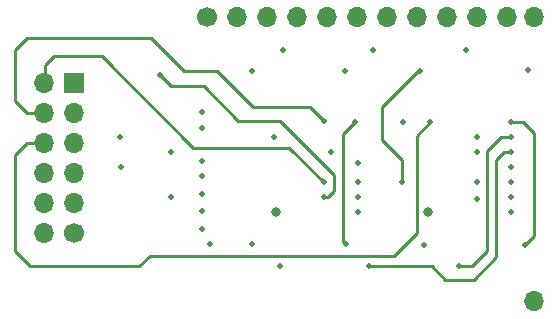
<source format=gbr>
%TF.GenerationSoftware,KiCad,Pcbnew,(6.0.9)*%
%TF.CreationDate,2023-03-11T18:38:12+09:00*%
%TF.ProjectId,Pmod_Matrix2,506d6f64-5f4d-4617-9472-6978322e6b69,rev?*%
%TF.SameCoordinates,Original*%
%TF.FileFunction,Copper,L4,Inr*%
%TF.FilePolarity,Positive*%
%FSLAX46Y46*%
G04 Gerber Fmt 4.6, Leading zero omitted, Abs format (unit mm)*
G04 Created by KiCad (PCBNEW (6.0.9)) date 2023-03-11 18:38:12*
%MOMM*%
%LPD*%
G01*
G04 APERTURE LIST*
%TA.AperFunction,ComponentPad*%
%ADD10C,1.700000*%
%TD*%
%TA.AperFunction,ComponentPad*%
%ADD11O,1.700000X1.700000*%
%TD*%
%TA.AperFunction,ComponentPad*%
%ADD12R,1.700000X1.700000*%
%TD*%
%TA.AperFunction,ViaPad*%
%ADD13C,0.500000*%
%TD*%
%TA.AperFunction,ViaPad*%
%ADD14C,0.800000*%
%TD*%
%TA.AperFunction,Conductor*%
%ADD15C,0.250000*%
%TD*%
G04 APERTURE END LIST*
D10*
%TO.N,Net-(R9-Pad1)*%
%TO.C,U4*%
X118483500Y-87760000D03*
D11*
%TO.N,Net-(R10-Pad1)*%
X121023500Y-87760000D03*
%TO.N,/ROW1*%
X123563500Y-87760000D03*
%TO.N,Net-(R11-Pad1)*%
X126103500Y-87760000D03*
%TO.N,Net-(R12-Pad1)*%
X128643500Y-87760000D03*
%TO.N,/ROW2*%
X131183500Y-87760000D03*
%TO.N,Net-(R13-Pad1)*%
X133723500Y-87760000D03*
%TO.N,Net-(R14-Pad1)*%
X136263500Y-87760000D03*
%TO.N,/ROW3*%
X138803500Y-87760000D03*
%TO.N,Net-(R15-Pad1)*%
X141343500Y-87760000D03*
%TO.N,Net-(R16-Pad1)*%
X143883500Y-87760000D03*
%TO.N,/ROW4*%
X146203500Y-87760000D03*
%TO.N,/ROW8*%
X146203500Y-111820000D03*
%TD*%
D10*
%TO.N,VCC*%
%TO.C,J1*%
X107250000Y-106045000D03*
D11*
X104710000Y-106045000D03*
%TO.N,GND*%
X107250000Y-103505000D03*
X104710000Y-103505000D03*
%TO.N,/RCLK*%
X107250000Y-100965000D03*
%TO.N,/CLK*%
X104710000Y-100965000D03*
%TO.N,Net-(J1-Pad5)*%
X107250000Y-98425000D03*
%TO.N,Net-(J1-Pad6)*%
X104710000Y-98425000D03*
%TO.N,/SER_Red*%
X107250000Y-95885000D03*
%TO.N,Net-(J1-Pad4)*%
X104710000Y-95885000D03*
D12*
%TO.N,/SER_Row*%
X107250000Y-93345000D03*
D11*
%TO.N,/SER_Green*%
X104710000Y-93345000D03*
%TD*%
D13*
%TO.N,Net-(R14-Pad2)*%
X144272000Y-102997000D03*
%TO.N,Net-(R16-Pad2)*%
X144272000Y-101727000D03*
%TO.N,Net-(R8-Pad1)*%
X144272000Y-96647000D03*
%TO.N,Net-(R12-Pad2)*%
X144272000Y-104267000D03*
%TO.N,Net-(R15-Pad2)*%
X135001000Y-101727000D03*
%TO.N,/CLK*%
X141351000Y-97917000D03*
%TO.N,Net-(R10-Pad2)*%
X141351000Y-103124000D03*
%TO.N,Net-(R7-Pad1)*%
X135128000Y-96647000D03*
%TO.N,Net-(R6-Pad1)*%
X144272000Y-97917000D03*
%TO.N,Net-(R4-Pad1)*%
X144272000Y-99187000D03*
%TO.N,Net-(R2-Pad1)*%
X144272000Y-100457000D03*
%TO.N,Net-(R5-Pad1)*%
X130238500Y-106997500D03*
%TO.N,Net-(J1-Pad6)*%
X137414000Y-96647000D03*
%TO.N,Net-(J1-Pad4)*%
X128397000Y-96520000D03*
%TO.N,Net-(R9-Pad2)*%
X114490500Y-92646500D03*
%TO.N,/SER_Red*%
X141351000Y-101727000D03*
%TO.N,/CLK*%
X124206000Y-97917000D03*
%TO.N,Net-(R5-Pad1)*%
X131064000Y-96647000D03*
%TO.N,Net-(R1-Pad1)*%
X131318000Y-101727000D03*
X118745000Y-106934000D03*
%TO.N,Net-(R3-Pad1)*%
X131318000Y-100076000D03*
%TO.N,Net-(R11-Pad2)*%
X131318000Y-104267000D03*
%TO.N,Net-(R13-Pad2)*%
X131318000Y-102997000D03*
X130175000Y-92329000D03*
%TO.N,Net-(R11-Pad2)*%
X122301000Y-92329000D03*
%TO.N,Net-(R9-Pad2)*%
X128397000Y-102997000D03*
%TO.N,Net-(R10-Pad2)*%
X124968000Y-90551000D03*
%TO.N,Net-(R12-Pad2)*%
X132588000Y-90551000D03*
%TO.N,Net-(R14-Pad2)*%
X140462000Y-90551000D03*
%TO.N,Net-(R15-Pad2)*%
X136525000Y-92329000D03*
%TO.N,Net-(R16-Pad2)*%
X145669000Y-92202000D03*
%TO.N,Net-(R3-Pad1)*%
X122301000Y-106934000D03*
%TO.N,Net-(R2-Pad1)*%
X124714000Y-108839000D03*
%TO.N,Net-(R4-Pad1)*%
X132207000Y-108839000D03*
%TO.N,Net-(R7-Pad1)*%
X136906000Y-107061000D03*
%TO.N,Net-(R6-Pad1)*%
X139827000Y-108839000D03*
%TO.N,Net-(R8-Pad1)*%
X145415000Y-107061000D03*
D14*
%TO.N,VCC*%
X137186500Y-104267000D03*
D13*
%TO.N,/SER_Green*%
X128397000Y-101727000D03*
D14*
%TO.N,VCC*%
X124386000Y-104267000D03*
D13*
%TO.N,/ROW2*%
X118110000Y-105664000D03*
%TO.N,/ROW3*%
X118110000Y-104140000D03*
%TO.N,/ROW4*%
X118110000Y-102743000D03*
%TO.N,/RCLK*%
X141351000Y-99187000D03*
X129032000Y-99187000D03*
X115443000Y-99187000D03*
%TO.N,/ROW8*%
X118110000Y-95758000D03*
%TO.N,/ROW1*%
X115443000Y-102997000D03*
%TO.N,/CLK*%
X111125000Y-97917000D03*
%TO.N,/SER_Row*%
X111252000Y-100457000D03*
%TO.N,/ROW7*%
X118110000Y-97155000D03*
%TO.N,/ROW6*%
X118110000Y-99949000D03*
%TO.N,/ROW5*%
X118110000Y-101219000D03*
%TD*%
D15*
%TO.N,Net-(R8-Pad1)*%
X145288000Y-96647000D02*
X144272000Y-96647000D01*
X146177000Y-97536000D02*
X145288000Y-96647000D01*
X146177000Y-97663000D02*
X146177000Y-97536000D01*
X146177000Y-106299000D02*
X146177000Y-97663000D01*
X145415000Y-107061000D02*
X146177000Y-106299000D01*
%TO.N,Net-(R4-Pad1)*%
X143637000Y-99187000D02*
X144272000Y-99187000D01*
X143002000Y-99822000D02*
X143637000Y-99187000D01*
X143002000Y-108077000D02*
X143002000Y-99822000D01*
X138684000Y-109982000D02*
X141097000Y-109982000D01*
X137541000Y-108839000D02*
X138684000Y-109982000D01*
X141097000Y-109982000D02*
X143002000Y-108077000D01*
X132207000Y-108839000D02*
X137541000Y-108839000D01*
%TO.N,Net-(R6-Pad1)*%
X142240000Y-99060000D02*
X143383000Y-97917000D01*
X142240000Y-107569000D02*
X142240000Y-99060000D01*
X140970000Y-108839000D02*
X142240000Y-107569000D01*
X139827000Y-108839000D02*
X140970000Y-108839000D01*
X143383000Y-97917000D02*
X144272000Y-97917000D01*
%TO.N,Net-(R15-Pad2)*%
X136398000Y-92329000D02*
X136525000Y-92329000D01*
X133350000Y-95377000D02*
X136398000Y-92329000D01*
X135001000Y-101727000D02*
X135001000Y-99822000D01*
X135001000Y-99822000D02*
X133350000Y-98171000D01*
X133350000Y-98171000D02*
X133350000Y-95377000D01*
%TO.N,Net-(R5-Pad1)*%
X130048000Y-106807000D02*
X130238500Y-106997500D01*
X130048000Y-97663000D02*
X130048000Y-106807000D01*
X131064000Y-96647000D02*
X130048000Y-97663000D01*
%TO.N,Net-(J1-Pad6)*%
X136271000Y-97790000D02*
X137414000Y-96647000D01*
X136271000Y-106045000D02*
X136271000Y-97790000D01*
X134366000Y-107950000D02*
X136271000Y-106045000D01*
X112776000Y-108839000D02*
X113665000Y-107950000D01*
X102235000Y-99441000D02*
X102235000Y-107569000D01*
X113665000Y-107950000D02*
X134366000Y-107950000D01*
X103251000Y-98425000D02*
X102235000Y-99441000D01*
X103505000Y-108839000D02*
X112776000Y-108839000D01*
X104710000Y-98425000D02*
X103251000Y-98425000D01*
X102235000Y-107569000D02*
X103505000Y-108839000D01*
%TO.N,Net-(J1-Pad4)*%
X103251000Y-95885000D02*
X104710000Y-95885000D01*
X102235000Y-94869000D02*
X103251000Y-95885000D01*
X102235000Y-90551000D02*
X102235000Y-94869000D01*
X103251000Y-89535000D02*
X102235000Y-90551000D01*
X113792000Y-89535000D02*
X103251000Y-89535000D01*
X116586000Y-92329000D02*
X113792000Y-89535000D01*
X119380000Y-92329000D02*
X116586000Y-92329000D01*
X122428000Y-95377000D02*
X119380000Y-92329000D01*
X127254000Y-95377000D02*
X122428000Y-95377000D01*
X128397000Y-96520000D02*
X127254000Y-95377000D01*
%TO.N,Net-(R9-Pad2)*%
X115443000Y-93599000D02*
X114490500Y-92646500D01*
X118237000Y-93599000D02*
X115443000Y-93599000D01*
X124714000Y-96520000D02*
X121158000Y-96520000D01*
X129286000Y-102489000D02*
X129286000Y-101092000D01*
X129286000Y-101092000D02*
X124714000Y-96520000D01*
X121158000Y-96520000D02*
X118237000Y-93599000D01*
X128397000Y-102997000D02*
X128778000Y-102997000D01*
X128778000Y-102997000D02*
X129286000Y-102489000D01*
%TO.N,/SER_Green*%
X104775000Y-93280000D02*
X104710000Y-93345000D01*
X125476000Y-98806000D02*
X117348000Y-98806000D01*
X117348000Y-98806000D02*
X109601000Y-91059000D01*
X109601000Y-91059000D02*
X105537000Y-91059000D01*
X105537000Y-91059000D02*
X104775000Y-91821000D01*
X104775000Y-91821000D02*
X104775000Y-93280000D01*
X128397000Y-101727000D02*
X125476000Y-98806000D01*
%TD*%
M02*

</source>
